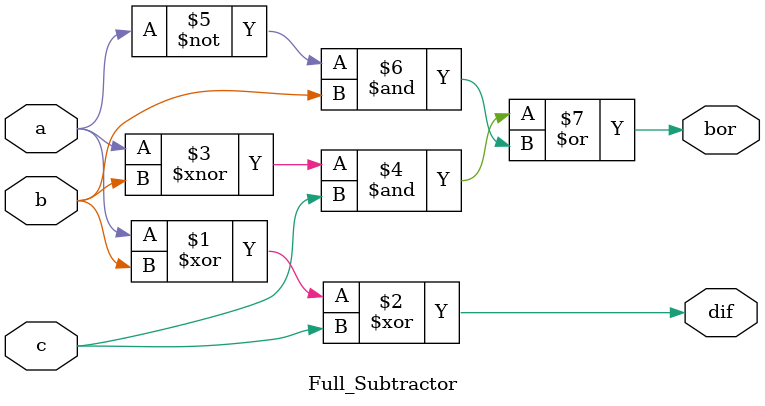
<source format=v>
module Full_Subtractor(
  input a,b,c,
  output dif,bor);

  assign dif = a^b^c;
  assign bor = ((a~^b)&c) | (~a&b);

endmodule

</source>
